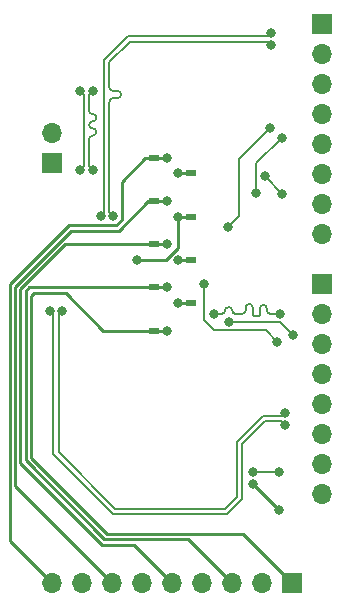
<source format=gbl>
%TF.GenerationSoftware,KiCad,Pcbnew,7.0.5-94-gd77180d9b5*%
%TF.CreationDate,2023-06-13T21:26:35-05:00*%
%TF.ProjectId,Tek P6860 Adapter v.2,54656b20-5036-4383-9630-204164617074,rev?*%
%TF.SameCoordinates,Original*%
%TF.FileFunction,Copper,L2,Bot*%
%TF.FilePolarity,Positive*%
%FSLAX46Y46*%
G04 Gerber Fmt 4.6, Leading zero omitted, Abs format (unit mm)*
G04 Created by KiCad (PCBNEW 7.0.5-94-gd77180d9b5) date 2023-06-13 21:26:35*
%MOMM*%
%LPD*%
G01*
G04 APERTURE LIST*
%TA.AperFunction,ComponentPad*%
%ADD10R,1.700000X1.700000*%
%TD*%
%TA.AperFunction,ComponentPad*%
%ADD11O,1.700000X1.700000*%
%TD*%
%TA.AperFunction,SMDPad,CuDef*%
%ADD12R,0.950000X0.550000*%
%TD*%
%TA.AperFunction,ViaPad*%
%ADD13C,0.800000*%
%TD*%
%TA.AperFunction,Conductor*%
%ADD14C,0.200000*%
%TD*%
%TA.AperFunction,Conductor*%
%ADD15C,0.250000*%
%TD*%
G04 APERTURE END LIST*
D10*
%TO.P,J3,1,Pin_1*%
%TO.N,/CLK+*%
X21082000Y-31242000D03*
D11*
%TO.P,J3,2,Pin_2*%
%TO.N,/CLK-*%
X21082000Y-28702000D03*
%TD*%
D12*
%TO.P,J4,A2,GND*%
%TO.N,/GND1*%
X29677000Y-45387000D03*
%TO.P,J4,A5,GND*%
%TO.N,/GND3*%
X29677000Y-41732000D03*
%TO.P,J4,A8,GND*%
%TO.N,/GND5*%
X29677000Y-38072000D03*
%TO.P,J4,A11,GND*%
%TO.N,/GND7*%
X29677000Y-34407000D03*
%TO.P,J4,A14,GND*%
%TO.N,/GND9*%
X29677000Y-30757000D03*
%TO.P,J4,B2,GND*%
%TO.N,/GND2*%
X32807000Y-43052000D03*
%TO.P,J4,B5,GND*%
%TO.N,/GND4*%
X32812000Y-39392000D03*
%TO.P,J4,B8,GND*%
%TO.N,/GND6*%
X32812000Y-35742000D03*
%TO.P,J4,B11,GND*%
%TO.N,/GND8*%
X32807000Y-32082000D03*
%TD*%
D10*
%TO.P,J5,1,Pin_1*%
%TO.N,/GND1*%
X41402000Y-66802000D03*
D11*
%TO.P,J5,2,Pin_2*%
%TO.N,/GND2*%
X38862000Y-66802000D03*
%TO.P,J5,3,Pin_3*%
%TO.N,/GND3*%
X36322000Y-66802000D03*
%TO.P,J5,4,Pin_4*%
%TO.N,/GND4*%
X33782000Y-66802000D03*
%TO.P,J5,5,Pin_5*%
%TO.N,/GND5*%
X31242000Y-66802000D03*
%TO.P,J5,6,Pin_6*%
%TO.N,/GND6*%
X28702000Y-66802000D03*
%TO.P,J5,7,Pin_7*%
%TO.N,/GND7*%
X26162000Y-66802000D03*
%TO.P,J5,8,Pin_8*%
%TO.N,/GND8*%
X23622000Y-66802000D03*
%TO.P,J5,9,Pin_9*%
%TO.N,/GND9*%
X21082000Y-66802000D03*
%TD*%
D10*
%TO.P,J2,1,Pin_1*%
%TO.N,/D4+*%
X43942000Y-19427000D03*
D11*
%TO.P,J2,2,Pin_2*%
%TO.N,/D4-*%
X43942000Y-21967000D03*
%TO.P,J2,3,Pin_3*%
%TO.N,/D5-*%
X43942000Y-24507000D03*
%TO.P,J2,4,Pin_4*%
%TO.N,/D5+*%
X43942000Y-27047000D03*
%TO.P,J2,5,Pin_5*%
%TO.N,/D6-*%
X43942000Y-29587000D03*
%TO.P,J2,6,Pin_6*%
%TO.N,/D6+*%
X43942000Y-32127000D03*
%TO.P,J2,7,Pin_7*%
%TO.N,/D7-*%
X43942000Y-34667000D03*
%TO.P,J2,8,Pin_8*%
%TO.N,/D7+*%
X43942000Y-37207000D03*
%TD*%
D10*
%TO.P,J1,1,Pin_1*%
%TO.N,/D0+*%
X43942000Y-41427400D03*
D11*
%TO.P,J1,2,Pin_2*%
%TO.N,/D0-*%
X43942000Y-43967400D03*
%TO.P,J1,3,Pin_3*%
%TO.N,/D1+*%
X43942000Y-46507400D03*
%TO.P,J1,4,Pin_4*%
%TO.N,/D1-*%
X43942000Y-49047400D03*
%TO.P,J1,5,Pin_5*%
%TO.N,/D2+*%
X43942000Y-51587400D03*
%TO.P,J1,6,Pin_6*%
%TO.N,/D2-*%
X43942000Y-54127400D03*
%TO.P,J1,7,Pin_7*%
%TO.N,/D3-*%
X43942000Y-56667400D03*
%TO.P,J1,8,Pin_8*%
%TO.N,/D3+*%
X43942000Y-59207400D03*
%TD*%
D13*
%TO.N,/D1+*%
X40386000Y-43967400D03*
X34747200Y-43967400D03*
%TO.N,/D1-*%
X41427400Y-45770800D03*
X36042600Y-44678600D03*
%TO.N,/D2+*%
X40767000Y-52332400D03*
X21911800Y-43738800D03*
%TO.N,/D2-*%
X40767000Y-53382400D03*
X20861800Y-43738800D03*
%TO.N,/D3-*%
X33909000Y-41442500D03*
X40116700Y-46329600D03*
%TO.N,/D3+*%
X40284400Y-57353200D03*
X38074600Y-57353200D03*
%TO.N,/D4+*%
X25154400Y-35687000D03*
X39573200Y-20172000D03*
%TO.N,/D4-*%
X39573200Y-21222000D03*
X26204400Y-35687000D03*
%TO.N,/D5-*%
X35941000Y-36626800D03*
X39522400Y-28244800D03*
%TO.N,/D5+*%
X38328600Y-33756600D03*
X40487600Y-29057600D03*
%TO.N,/D6-*%
X23427200Y-31775400D03*
X23427200Y-25146000D03*
%TO.N,/D6+*%
X24477200Y-31775400D03*
X24477200Y-25146000D03*
%TO.N,/D7+*%
X39039800Y-32292500D03*
X40538400Y-33807400D03*
%TO.N,/GND1*%
X30759400Y-45389800D03*
%TO.N,/GND3*%
X30759400Y-41732200D03*
%TO.N,/GND5*%
X30759400Y-38074600D03*
%TO.N,/GND7*%
X30759400Y-34417000D03*
%TO.N,/GND9*%
X30759400Y-30759400D03*
%TO.N,/GND2*%
X40233600Y-60579000D03*
X31724600Y-43053000D03*
X38074600Y-58420000D03*
%TO.N,/GND4*%
X31724600Y-39395400D03*
%TO.N,/GND6*%
X31724600Y-35737800D03*
X28244800Y-39407500D03*
%TO.N,/GND8*%
X31699200Y-32080200D03*
%TD*%
D14*
%TO.N,/D1+*%
X39234800Y-43667400D02*
X39234800Y-43523114D01*
X38034800Y-43667400D02*
X38034800Y-43434540D01*
X38534800Y-44167400D02*
X38134800Y-44167400D01*
X40386000Y-43967400D02*
X39534800Y-43967400D01*
X38634800Y-43523114D02*
X38634800Y-43967400D01*
X36015550Y-43406949D02*
X35976000Y-43406949D01*
X35376000Y-43967400D02*
X34747200Y-43967400D01*
X37134800Y-43967400D02*
X36703000Y-43967400D01*
X35415550Y-43967400D02*
X35376000Y-43967400D01*
X36703000Y-43967400D02*
X36576000Y-43967400D01*
X37434800Y-43434540D02*
X37434800Y-43667400D01*
X38634800Y-43967400D02*
X38634800Y-44067400D01*
X36295775Y-43687175D02*
X36295775Y-43687174D01*
X38034800Y-44067400D02*
X38034800Y-43667400D01*
X35695775Y-43687174D02*
X35695775Y-43687175D01*
X38934800Y-43223100D02*
G75*
G03*
X38634800Y-43523114I0J-300000D01*
G01*
X39234786Y-43523114D02*
G75*
G03*
X38934800Y-43223114I-299986J14D01*
G01*
X38534800Y-44167400D02*
G75*
G03*
X38634800Y-44067400I0J100000D01*
G01*
X35415550Y-43967375D02*
G75*
G03*
X35695775Y-43687175I50J280175D01*
G01*
X35976000Y-43406975D02*
G75*
G03*
X35695775Y-43687174I0J-280225D01*
G01*
X37134800Y-43967400D02*
G75*
G03*
X37434800Y-43667400I0J300000D01*
G01*
X37734800Y-43134500D02*
G75*
G03*
X37434800Y-43434540I0J-300000D01*
G01*
X38034800Y-44067400D02*
G75*
G03*
X38134800Y-44167400I100000J0D01*
G01*
X36295800Y-43687175D02*
G75*
G03*
X36576000Y-43967400I280200J-25D01*
G01*
X39234800Y-43667400D02*
G75*
G03*
X39534800Y-43967400I300000J0D01*
G01*
X36295851Y-43687174D02*
G75*
G03*
X36015550Y-43406949I-280251J-26D01*
G01*
X38034760Y-43434540D02*
G75*
G03*
X37734800Y-43134540I-299960J40D01*
G01*
%TO.N,/D1-*%
X41427400Y-45770800D02*
X40335200Y-44678600D01*
X40335200Y-44678600D02*
X36042600Y-44678600D01*
%TO.N,/D2+*%
X21611801Y-55685201D02*
X21611801Y-44038799D01*
X36681200Y-54847000D02*
X36681200Y-59469800D01*
X26407600Y-60481000D02*
X21611801Y-55685201D01*
X40467001Y-52632399D02*
X38895801Y-52632399D01*
X35670000Y-60481000D02*
X26407600Y-60481000D01*
X40767000Y-52332400D02*
X40467001Y-52632399D01*
X21611801Y-44038799D02*
X21911800Y-43738800D01*
X38895801Y-52632399D02*
X36681200Y-54847000D01*
X36681200Y-59469800D02*
X35670000Y-60481000D01*
%TO.N,/D2-*%
X40767000Y-53382400D02*
X40467001Y-53082401D01*
X35856400Y-60931000D02*
X26221200Y-60931000D01*
X37131200Y-55033400D02*
X37131200Y-59656200D01*
X37131200Y-59656200D02*
X35856400Y-60931000D01*
X26221200Y-60931000D02*
X21161799Y-55871599D01*
X40467001Y-53082401D02*
X39082199Y-53082401D01*
X21161799Y-44038799D02*
X20861800Y-43738800D01*
X39082199Y-53082401D02*
X37131200Y-55033400D01*
X21161799Y-55871599D02*
X21161799Y-44038799D01*
%TO.N,/D3-*%
X40116700Y-46329600D02*
X39165700Y-45378600D01*
X33909000Y-44500800D02*
X33909000Y-41442500D01*
X39165700Y-45378600D02*
X34786800Y-45378600D01*
X34786800Y-45378600D02*
X33909000Y-44500800D01*
%TO.N,/D3+*%
X40284400Y-57353200D02*
X38074600Y-57353200D01*
%TO.N,/D4+*%
X27469801Y-20471999D02*
X25454400Y-22487400D01*
X25454400Y-22487400D02*
X25454399Y-35387001D01*
X39273201Y-20471999D02*
X27469801Y-20471999D01*
X39573200Y-20172000D02*
X39273201Y-20471999D01*
X25454399Y-35387001D02*
X25154400Y-35687000D01*
%TO.N,/D4-*%
X39273201Y-20922001D02*
X39573200Y-21222000D01*
X27656199Y-20922001D02*
X39273201Y-20922001D01*
X26604400Y-25109600D02*
X26204400Y-25109600D01*
X26204400Y-35687000D02*
X25904401Y-35387001D01*
X26204400Y-25709600D02*
X26604400Y-25709600D01*
X25904400Y-22673800D02*
X27656199Y-20922001D01*
X25904400Y-24809600D02*
X25904400Y-24332064D01*
X25904401Y-35387001D02*
X25904400Y-26009600D01*
X25904400Y-24332064D02*
X25904400Y-22673800D01*
X26204400Y-25709600D02*
G75*
G03*
X25904400Y-26009600I0J-300000D01*
G01*
X26904400Y-25409600D02*
G75*
G03*
X26604400Y-25109600I-300000J0D01*
G01*
X25904400Y-24809600D02*
G75*
G03*
X26204400Y-25109600I300000J0D01*
G01*
X26604400Y-25709600D02*
G75*
G03*
X26904400Y-25409600I0J300000D01*
G01*
%TO.N,/D5-*%
X36880800Y-34366200D02*
X36880800Y-35687000D01*
X39522400Y-28244800D02*
X36880800Y-30886400D01*
X36880800Y-30886400D02*
X36880800Y-34366200D01*
X36880800Y-35687000D02*
X35941000Y-36626800D01*
%TO.N,/D5+*%
X38328600Y-31216600D02*
X38328600Y-33756600D01*
X40487600Y-29057600D02*
X38328600Y-31216600D01*
%TO.N,/D6-*%
X23727199Y-25445999D02*
X23727199Y-31475401D01*
X23727199Y-31475401D02*
X23427200Y-31775400D01*
X23427200Y-25146000D02*
X23727199Y-25445999D01*
%TO.N,/D6+*%
X24477201Y-27071600D02*
X24507531Y-27071600D01*
X24177201Y-29171600D02*
X24177201Y-29760839D01*
X24177201Y-25445999D02*
X24177201Y-26771600D01*
X24507511Y-28871600D02*
X24477201Y-28871600D01*
X24177201Y-29760839D02*
X24177201Y-31475401D01*
X24507531Y-27671600D02*
X24477201Y-27671600D01*
X24477201Y-28271600D02*
X24507511Y-28271600D01*
X24177201Y-31475401D02*
X24477200Y-31775400D01*
X24477200Y-25146000D02*
X24177201Y-25445999D01*
X24507511Y-28871611D02*
G75*
G03*
X24807511Y-28571600I-11J300011D01*
G01*
X24807500Y-27371600D02*
G75*
G03*
X24507531Y-27071600I-300000J0D01*
G01*
X24477201Y-27671601D02*
G75*
G03*
X24177201Y-27971600I-1J-299999D01*
G01*
X24477201Y-28871601D02*
G75*
G03*
X24177201Y-29171600I-1J-299999D01*
G01*
X24507531Y-27671631D02*
G75*
G03*
X24807531Y-27371600I-31J300031D01*
G01*
X24177200Y-26771600D02*
G75*
G03*
X24477201Y-27071600I300000J0D01*
G01*
X24177200Y-27971600D02*
G75*
G03*
X24477201Y-28271600I300000J0D01*
G01*
X24807500Y-28571600D02*
G75*
G03*
X24507511Y-28271600I-300000J0D01*
G01*
%TO.N,/D7+*%
X39039800Y-32308800D02*
X39039800Y-32292500D01*
X40538400Y-33807400D02*
X39039800Y-32308800D01*
D15*
%TO.N,/GND1*%
X25671192Y-62625400D02*
X37225400Y-62625400D01*
X37225400Y-62625400D02*
X41402000Y-66802000D01*
X29677000Y-45387000D02*
X30756600Y-45387000D01*
X22192200Y-42182000D02*
X19540000Y-42182000D01*
X29677000Y-45387000D02*
X25397200Y-45387000D01*
X19540000Y-42182000D02*
X19249800Y-42472200D01*
X19249800Y-56204008D02*
X25671192Y-62625400D01*
X25397200Y-45387000D02*
X22192200Y-42182000D01*
X19249800Y-42472200D02*
X19249800Y-56204008D01*
X30756600Y-45387000D02*
X30759400Y-45389800D01*
%TO.N,/GND3*%
X18799800Y-56390404D02*
X25484796Y-63075400D01*
X19105188Y-41732000D02*
X18799800Y-42037388D01*
X30759200Y-41732000D02*
X30759400Y-41732200D01*
X29677000Y-41732000D02*
X19105188Y-41732000D01*
X29677000Y-41732000D02*
X30759200Y-41732000D01*
X25484796Y-63075400D02*
X32595400Y-63075400D01*
X32595400Y-63075400D02*
X36322000Y-66802000D01*
X18799800Y-42037388D02*
X18799800Y-56390404D01*
%TO.N,/GND5*%
X29677000Y-38072000D02*
X22128792Y-38072000D01*
X29677000Y-38072000D02*
X30756800Y-38072000D01*
X25298400Y-63525400D02*
X27965400Y-63525400D01*
X18349800Y-56576800D02*
X25298400Y-63525400D01*
X27965400Y-63525400D02*
X31242000Y-66802000D01*
X18349800Y-41850992D02*
X18349800Y-56576800D01*
X30756800Y-38072000D02*
X30759400Y-38074600D01*
X22128792Y-38072000D02*
X18349800Y-41850992D01*
%TO.N,/GND7*%
X29677000Y-34407000D02*
X29192000Y-34407000D01*
X26674600Y-36924400D02*
X22639996Y-36924400D01*
X30749400Y-34407000D02*
X30759400Y-34417000D01*
X17899800Y-58539800D02*
X26162000Y-66802000D01*
X17899800Y-41664596D02*
X17899800Y-58539800D01*
X29677000Y-34407000D02*
X30749400Y-34407000D01*
X22639996Y-36924400D02*
X17899800Y-41664596D01*
X29192000Y-34407000D02*
X26674600Y-36924400D01*
%TO.N,/GND9*%
X26929400Y-35987305D02*
X26442305Y-36474400D01*
X30759400Y-30759400D02*
X29679400Y-30759400D01*
X26442305Y-36474400D02*
X22453600Y-36474400D01*
X22453600Y-36474400D02*
X17449800Y-41478200D01*
X29679400Y-30759400D02*
X29677000Y-30757000D01*
X17449800Y-41478200D02*
X17449800Y-63169800D01*
X29677000Y-30757000D02*
X28952000Y-30757000D01*
X26929400Y-32779600D02*
X26929400Y-35987305D01*
X28952000Y-30757000D02*
X26929400Y-32779600D01*
X17449800Y-63169800D02*
X21082000Y-66802000D01*
%TO.N,/GND2*%
X32807000Y-43052000D02*
X31725600Y-43052000D01*
X31725600Y-43052000D02*
X31724600Y-43053000D01*
X38074600Y-58420000D02*
X40233600Y-60579000D01*
%TO.N,/GND4*%
X31728000Y-39392000D02*
X31724600Y-39395400D01*
X32812000Y-39392000D02*
X31728000Y-39392000D01*
%TO.N,/GND6*%
X31728800Y-35742000D02*
X31724600Y-35737800D01*
X32812000Y-35742000D02*
X31728800Y-35742000D01*
X28244800Y-39407500D02*
X30687195Y-39407500D01*
X30687195Y-39407500D02*
X31724600Y-38370095D01*
X31724600Y-38370095D02*
X31724600Y-35737800D01*
%TO.N,/GND8*%
X31701000Y-32082000D02*
X31699200Y-32080200D01*
X32807000Y-32082000D02*
X31701000Y-32082000D01*
%TD*%
M02*

</source>
